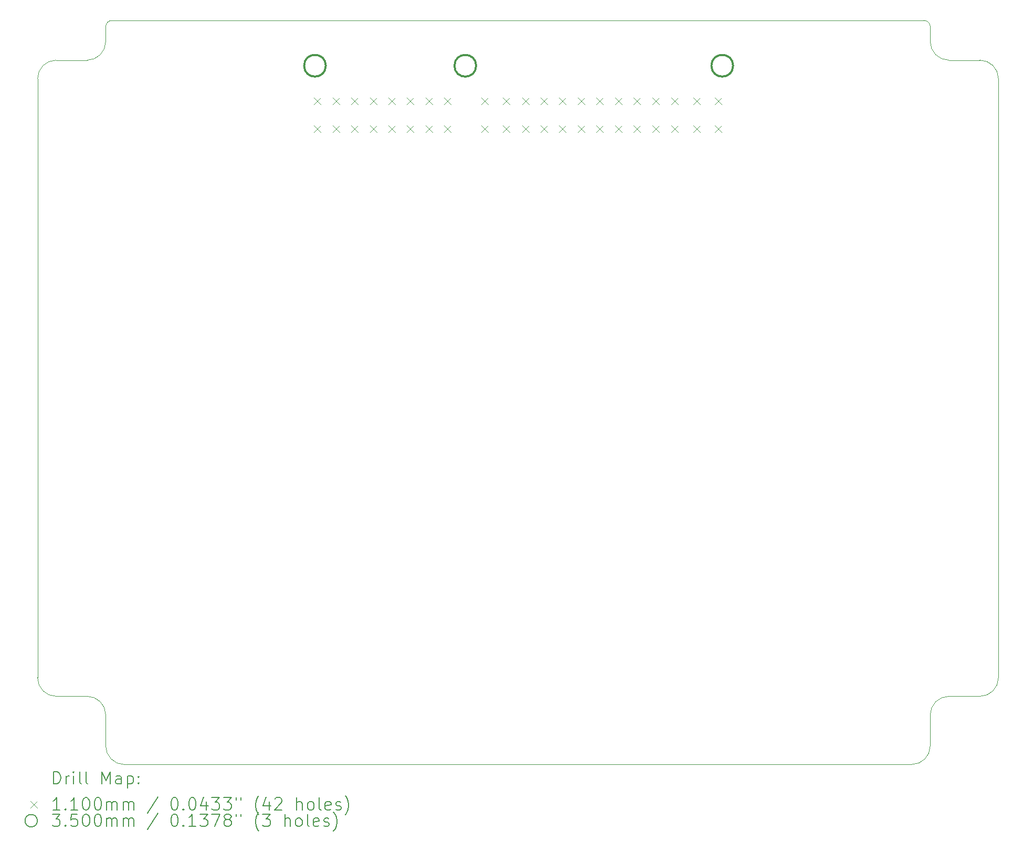
<source format=gbr>
%TF.GenerationSoftware,KiCad,Pcbnew,7.0.7*%
%TF.CreationDate,2024-09-30T22:56:24+02:00*%
%TF.ProjectId,SSRP4EFE,53535250-3445-4464-952e-6b696361645f,rev?*%
%TF.SameCoordinates,Original*%
%TF.FileFunction,Drillmap*%
%TF.FilePolarity,Positive*%
%FSLAX45Y45*%
G04 Gerber Fmt 4.5, Leading zero omitted, Abs format (unit mm)*
G04 Created by KiCad (PCBNEW 7.0.7) date 2024-09-30 22:56:24*
%MOMM*%
%LPD*%
G01*
G04 APERTURE LIST*
%ADD10C,0.050000*%
%ADD11C,0.200000*%
%ADD12C,0.110000*%
%ADD13C,0.350000*%
G04 APERTURE END LIST*
D10*
X7972868Y-14352868D02*
X7472868Y-14352868D01*
X21872868Y-14352868D02*
G75*
G03*
X21572868Y-14652868I2J-300002D01*
G01*
X8272862Y-14652868D02*
G75*
G03*
X7972868Y-14352868I-299992J8D01*
G01*
X21272868Y-15452868D02*
X8572868Y-15452868D01*
X7472868Y-4092868D02*
X7972868Y-4092868D01*
X21572862Y-3552868D02*
G75*
G03*
X21472868Y-3452868I-99992J8D01*
G01*
X7472868Y-4092868D02*
G75*
G03*
X7172868Y-4392868I2J-300002D01*
G01*
X7972868Y-4092868D02*
G75*
G03*
X8272868Y-3792868I2J299998D01*
G01*
X21572868Y-14652868D02*
X21572868Y-15152868D01*
X21272868Y-15452868D02*
G75*
G03*
X21572868Y-15152868I2J299998D01*
G01*
X7172862Y-14052868D02*
G75*
G03*
X7472868Y-14352868I300008J8D01*
G01*
X21872868Y-4092868D02*
X22372868Y-4092868D01*
X22672862Y-4392868D02*
G75*
G03*
X22372868Y-4092868I-299992J8D01*
G01*
X8372868Y-3452868D02*
X21472868Y-3452868D01*
X21572868Y-3552868D02*
X21572868Y-3792868D01*
X8272868Y-15152868D02*
X8272868Y-14652868D01*
X8272868Y-3792868D02*
X8272868Y-3552868D01*
X21572862Y-3792868D02*
G75*
G03*
X21872868Y-4092868I300008J8D01*
G01*
X8372868Y-3452868D02*
G75*
G03*
X8272868Y-3552868I2J-100002D01*
G01*
X22372868Y-14352868D02*
G75*
G03*
X22672868Y-14052868I2J299998D01*
G01*
X22672868Y-4392868D02*
X22672868Y-14052868D01*
X7172868Y-14052868D02*
X7172868Y-4392868D01*
X22372868Y-14352868D02*
X21872868Y-14352868D01*
X8272862Y-15152868D02*
G75*
G03*
X8572868Y-15452868I300008J8D01*
G01*
D11*
D12*
X11632868Y-4697868D02*
X11742868Y-4807868D01*
X11742868Y-4697868D02*
X11632868Y-4807868D01*
X11632868Y-5147868D02*
X11742868Y-5257868D01*
X11742868Y-5147868D02*
X11632868Y-5257868D01*
X11932868Y-4697868D02*
X12042868Y-4807868D01*
X12042868Y-4697868D02*
X11932868Y-4807868D01*
X11932868Y-5147868D02*
X12042868Y-5257868D01*
X12042868Y-5147868D02*
X11932868Y-5257868D01*
X12232868Y-4697868D02*
X12342868Y-4807868D01*
X12342868Y-4697868D02*
X12232868Y-4807868D01*
X12232868Y-5147868D02*
X12342868Y-5257868D01*
X12342868Y-5147868D02*
X12232868Y-5257868D01*
X12532868Y-4697868D02*
X12642868Y-4807868D01*
X12642868Y-4697868D02*
X12532868Y-4807868D01*
X12532868Y-5147868D02*
X12642868Y-5257868D01*
X12642868Y-5147868D02*
X12532868Y-5257868D01*
X12832868Y-4697868D02*
X12942868Y-4807868D01*
X12942868Y-4697868D02*
X12832868Y-4807868D01*
X12832868Y-5147868D02*
X12942868Y-5257868D01*
X12942868Y-5147868D02*
X12832868Y-5257868D01*
X13132868Y-4697868D02*
X13242868Y-4807868D01*
X13242868Y-4697868D02*
X13132868Y-4807868D01*
X13132868Y-5147868D02*
X13242868Y-5257868D01*
X13242868Y-5147868D02*
X13132868Y-5257868D01*
X13432868Y-4697868D02*
X13542868Y-4807868D01*
X13542868Y-4697868D02*
X13432868Y-4807868D01*
X13432868Y-5147868D02*
X13542868Y-5257868D01*
X13542868Y-5147868D02*
X13432868Y-5257868D01*
X13732868Y-4697868D02*
X13842868Y-4807868D01*
X13842868Y-4697868D02*
X13732868Y-4807868D01*
X13732868Y-5147868D02*
X13842868Y-5257868D01*
X13842868Y-5147868D02*
X13732868Y-5257868D01*
X14327868Y-4697868D02*
X14437868Y-4807868D01*
X14437868Y-4697868D02*
X14327868Y-4807868D01*
X14332868Y-5147868D02*
X14442868Y-5257868D01*
X14442868Y-5147868D02*
X14332868Y-5257868D01*
X14677868Y-4697868D02*
X14787868Y-4807868D01*
X14787868Y-4697868D02*
X14677868Y-4807868D01*
X14677868Y-5147868D02*
X14787868Y-5257868D01*
X14787868Y-5147868D02*
X14677868Y-5257868D01*
X14987868Y-4697868D02*
X15097868Y-4807868D01*
X15097868Y-4697868D02*
X14987868Y-4807868D01*
X14987868Y-5147868D02*
X15097868Y-5257868D01*
X15097868Y-5147868D02*
X14987868Y-5257868D01*
X15287868Y-4697868D02*
X15397868Y-4807868D01*
X15397868Y-4697868D02*
X15287868Y-4807868D01*
X15287868Y-5147868D02*
X15397868Y-5257868D01*
X15397868Y-5147868D02*
X15287868Y-5257868D01*
X15587868Y-4697868D02*
X15697868Y-4807868D01*
X15697868Y-4697868D02*
X15587868Y-4807868D01*
X15587868Y-5147868D02*
X15697868Y-5257868D01*
X15697868Y-5147868D02*
X15587868Y-5257868D01*
X15887868Y-4697868D02*
X15997868Y-4807868D01*
X15997868Y-4697868D02*
X15887868Y-4807868D01*
X15887868Y-5147868D02*
X15997868Y-5257868D01*
X15997868Y-5147868D02*
X15887868Y-5257868D01*
X16187868Y-4697868D02*
X16297868Y-4807868D01*
X16297868Y-4697868D02*
X16187868Y-4807868D01*
X16187868Y-5147868D02*
X16297868Y-5257868D01*
X16297868Y-5147868D02*
X16187868Y-5257868D01*
X16487868Y-4697868D02*
X16597868Y-4807868D01*
X16597868Y-4697868D02*
X16487868Y-4807868D01*
X16487868Y-5147868D02*
X16597868Y-5257868D01*
X16597868Y-5147868D02*
X16487868Y-5257868D01*
X16787868Y-4697868D02*
X16897868Y-4807868D01*
X16897868Y-4697868D02*
X16787868Y-4807868D01*
X16787868Y-5147868D02*
X16897868Y-5257868D01*
X16897868Y-5147868D02*
X16787868Y-5257868D01*
X17087868Y-4697868D02*
X17197868Y-4807868D01*
X17197868Y-4697868D02*
X17087868Y-4807868D01*
X17087868Y-5147868D02*
X17197868Y-5257868D01*
X17197868Y-5147868D02*
X17087868Y-5257868D01*
X17397868Y-4697868D02*
X17507868Y-4807868D01*
X17507868Y-4697868D02*
X17397868Y-4807868D01*
X17397868Y-5147868D02*
X17507868Y-5257868D01*
X17507868Y-5147868D02*
X17397868Y-5257868D01*
X17747868Y-4697868D02*
X17857868Y-4807868D01*
X17857868Y-4697868D02*
X17747868Y-4807868D01*
X17747868Y-5147868D02*
X17857868Y-5257868D01*
X17857868Y-5147868D02*
X17747868Y-5257868D01*
X18097868Y-4697868D02*
X18207868Y-4807868D01*
X18207868Y-4697868D02*
X18097868Y-4807868D01*
X18097868Y-5147868D02*
X18207868Y-5257868D01*
X18207868Y-5147868D02*
X18097868Y-5257868D01*
D13*
X11822868Y-4182868D02*
G75*
G03*
X11822868Y-4182868I-175000J0D01*
G01*
X14247868Y-4182868D02*
G75*
G03*
X14247868Y-4182868I-175000J0D01*
G01*
X18392868Y-4182868D02*
G75*
G03*
X18392868Y-4182868I-175000J0D01*
G01*
D11*
X7431145Y-15766852D02*
X7431145Y-15566852D01*
X7431145Y-15566852D02*
X7478764Y-15566852D01*
X7478764Y-15566852D02*
X7507335Y-15576376D01*
X7507335Y-15576376D02*
X7526383Y-15595423D01*
X7526383Y-15595423D02*
X7535907Y-15614471D01*
X7535907Y-15614471D02*
X7545430Y-15652566D01*
X7545430Y-15652566D02*
X7545430Y-15681137D01*
X7545430Y-15681137D02*
X7535907Y-15719233D01*
X7535907Y-15719233D02*
X7526383Y-15738280D01*
X7526383Y-15738280D02*
X7507335Y-15757328D01*
X7507335Y-15757328D02*
X7478764Y-15766852D01*
X7478764Y-15766852D02*
X7431145Y-15766852D01*
X7631145Y-15766852D02*
X7631145Y-15633518D01*
X7631145Y-15671614D02*
X7640669Y-15652566D01*
X7640669Y-15652566D02*
X7650192Y-15643042D01*
X7650192Y-15643042D02*
X7669240Y-15633518D01*
X7669240Y-15633518D02*
X7688288Y-15633518D01*
X7754954Y-15766852D02*
X7754954Y-15633518D01*
X7754954Y-15566852D02*
X7745430Y-15576376D01*
X7745430Y-15576376D02*
X7754954Y-15585899D01*
X7754954Y-15585899D02*
X7764478Y-15576376D01*
X7764478Y-15576376D02*
X7754954Y-15566852D01*
X7754954Y-15566852D02*
X7754954Y-15585899D01*
X7878764Y-15766852D02*
X7859716Y-15757328D01*
X7859716Y-15757328D02*
X7850192Y-15738280D01*
X7850192Y-15738280D02*
X7850192Y-15566852D01*
X7983526Y-15766852D02*
X7964478Y-15757328D01*
X7964478Y-15757328D02*
X7954954Y-15738280D01*
X7954954Y-15738280D02*
X7954954Y-15566852D01*
X8212097Y-15766852D02*
X8212097Y-15566852D01*
X8212097Y-15566852D02*
X8278764Y-15709709D01*
X8278764Y-15709709D02*
X8345430Y-15566852D01*
X8345430Y-15566852D02*
X8345430Y-15766852D01*
X8526383Y-15766852D02*
X8526383Y-15662090D01*
X8526383Y-15662090D02*
X8516859Y-15643042D01*
X8516859Y-15643042D02*
X8497812Y-15633518D01*
X8497812Y-15633518D02*
X8459716Y-15633518D01*
X8459716Y-15633518D02*
X8440669Y-15643042D01*
X8526383Y-15757328D02*
X8507335Y-15766852D01*
X8507335Y-15766852D02*
X8459716Y-15766852D01*
X8459716Y-15766852D02*
X8440669Y-15757328D01*
X8440669Y-15757328D02*
X8431145Y-15738280D01*
X8431145Y-15738280D02*
X8431145Y-15719233D01*
X8431145Y-15719233D02*
X8440669Y-15700185D01*
X8440669Y-15700185D02*
X8459716Y-15690661D01*
X8459716Y-15690661D02*
X8507335Y-15690661D01*
X8507335Y-15690661D02*
X8526383Y-15681137D01*
X8621621Y-15633518D02*
X8621621Y-15833518D01*
X8621621Y-15643042D02*
X8640669Y-15633518D01*
X8640669Y-15633518D02*
X8678764Y-15633518D01*
X8678764Y-15633518D02*
X8697812Y-15643042D01*
X8697812Y-15643042D02*
X8707335Y-15652566D01*
X8707335Y-15652566D02*
X8716859Y-15671614D01*
X8716859Y-15671614D02*
X8716859Y-15728756D01*
X8716859Y-15728756D02*
X8707335Y-15747804D01*
X8707335Y-15747804D02*
X8697812Y-15757328D01*
X8697812Y-15757328D02*
X8678764Y-15766852D01*
X8678764Y-15766852D02*
X8640669Y-15766852D01*
X8640669Y-15766852D02*
X8621621Y-15757328D01*
X8802573Y-15747804D02*
X8812097Y-15757328D01*
X8812097Y-15757328D02*
X8802573Y-15766852D01*
X8802573Y-15766852D02*
X8793050Y-15757328D01*
X8793050Y-15757328D02*
X8802573Y-15747804D01*
X8802573Y-15747804D02*
X8802573Y-15766852D01*
X8802573Y-15643042D02*
X8812097Y-15652566D01*
X8812097Y-15652566D02*
X8802573Y-15662090D01*
X8802573Y-15662090D02*
X8793050Y-15652566D01*
X8793050Y-15652566D02*
X8802573Y-15643042D01*
X8802573Y-15643042D02*
X8802573Y-15662090D01*
D12*
X7060368Y-16040368D02*
X7170368Y-16150368D01*
X7170368Y-16040368D02*
X7060368Y-16150368D01*
D11*
X7535907Y-16186852D02*
X7421621Y-16186852D01*
X7478764Y-16186852D02*
X7478764Y-15986852D01*
X7478764Y-15986852D02*
X7459716Y-16015423D01*
X7459716Y-16015423D02*
X7440669Y-16034471D01*
X7440669Y-16034471D02*
X7421621Y-16043995D01*
X7621621Y-16167804D02*
X7631145Y-16177328D01*
X7631145Y-16177328D02*
X7621621Y-16186852D01*
X7621621Y-16186852D02*
X7612097Y-16177328D01*
X7612097Y-16177328D02*
X7621621Y-16167804D01*
X7621621Y-16167804D02*
X7621621Y-16186852D01*
X7821621Y-16186852D02*
X7707335Y-16186852D01*
X7764478Y-16186852D02*
X7764478Y-15986852D01*
X7764478Y-15986852D02*
X7745430Y-16015423D01*
X7745430Y-16015423D02*
X7726383Y-16034471D01*
X7726383Y-16034471D02*
X7707335Y-16043995D01*
X7945430Y-15986852D02*
X7964478Y-15986852D01*
X7964478Y-15986852D02*
X7983526Y-15996376D01*
X7983526Y-15996376D02*
X7993050Y-16005899D01*
X7993050Y-16005899D02*
X8002573Y-16024947D01*
X8002573Y-16024947D02*
X8012097Y-16063042D01*
X8012097Y-16063042D02*
X8012097Y-16110661D01*
X8012097Y-16110661D02*
X8002573Y-16148756D01*
X8002573Y-16148756D02*
X7993050Y-16167804D01*
X7993050Y-16167804D02*
X7983526Y-16177328D01*
X7983526Y-16177328D02*
X7964478Y-16186852D01*
X7964478Y-16186852D02*
X7945430Y-16186852D01*
X7945430Y-16186852D02*
X7926383Y-16177328D01*
X7926383Y-16177328D02*
X7916859Y-16167804D01*
X7916859Y-16167804D02*
X7907335Y-16148756D01*
X7907335Y-16148756D02*
X7897811Y-16110661D01*
X7897811Y-16110661D02*
X7897811Y-16063042D01*
X7897811Y-16063042D02*
X7907335Y-16024947D01*
X7907335Y-16024947D02*
X7916859Y-16005899D01*
X7916859Y-16005899D02*
X7926383Y-15996376D01*
X7926383Y-15996376D02*
X7945430Y-15986852D01*
X8135907Y-15986852D02*
X8154954Y-15986852D01*
X8154954Y-15986852D02*
X8174002Y-15996376D01*
X8174002Y-15996376D02*
X8183526Y-16005899D01*
X8183526Y-16005899D02*
X8193050Y-16024947D01*
X8193050Y-16024947D02*
X8202573Y-16063042D01*
X8202573Y-16063042D02*
X8202573Y-16110661D01*
X8202573Y-16110661D02*
X8193050Y-16148756D01*
X8193050Y-16148756D02*
X8183526Y-16167804D01*
X8183526Y-16167804D02*
X8174002Y-16177328D01*
X8174002Y-16177328D02*
X8154954Y-16186852D01*
X8154954Y-16186852D02*
X8135907Y-16186852D01*
X8135907Y-16186852D02*
X8116859Y-16177328D01*
X8116859Y-16177328D02*
X8107335Y-16167804D01*
X8107335Y-16167804D02*
X8097811Y-16148756D01*
X8097811Y-16148756D02*
X8088288Y-16110661D01*
X8088288Y-16110661D02*
X8088288Y-16063042D01*
X8088288Y-16063042D02*
X8097811Y-16024947D01*
X8097811Y-16024947D02*
X8107335Y-16005899D01*
X8107335Y-16005899D02*
X8116859Y-15996376D01*
X8116859Y-15996376D02*
X8135907Y-15986852D01*
X8288288Y-16186852D02*
X8288288Y-16053518D01*
X8288288Y-16072566D02*
X8297811Y-16063042D01*
X8297811Y-16063042D02*
X8316859Y-16053518D01*
X8316859Y-16053518D02*
X8345431Y-16053518D01*
X8345431Y-16053518D02*
X8364478Y-16063042D01*
X8364478Y-16063042D02*
X8374002Y-16082090D01*
X8374002Y-16082090D02*
X8374002Y-16186852D01*
X8374002Y-16082090D02*
X8383526Y-16063042D01*
X8383526Y-16063042D02*
X8402573Y-16053518D01*
X8402573Y-16053518D02*
X8431145Y-16053518D01*
X8431145Y-16053518D02*
X8450193Y-16063042D01*
X8450193Y-16063042D02*
X8459716Y-16082090D01*
X8459716Y-16082090D02*
X8459716Y-16186852D01*
X8554954Y-16186852D02*
X8554954Y-16053518D01*
X8554954Y-16072566D02*
X8564478Y-16063042D01*
X8564478Y-16063042D02*
X8583526Y-16053518D01*
X8583526Y-16053518D02*
X8612097Y-16053518D01*
X8612097Y-16053518D02*
X8631145Y-16063042D01*
X8631145Y-16063042D02*
X8640669Y-16082090D01*
X8640669Y-16082090D02*
X8640669Y-16186852D01*
X8640669Y-16082090D02*
X8650193Y-16063042D01*
X8650193Y-16063042D02*
X8669240Y-16053518D01*
X8669240Y-16053518D02*
X8697812Y-16053518D01*
X8697812Y-16053518D02*
X8716859Y-16063042D01*
X8716859Y-16063042D02*
X8726383Y-16082090D01*
X8726383Y-16082090D02*
X8726383Y-16186852D01*
X9116859Y-15977328D02*
X8945431Y-16234471D01*
X9374002Y-15986852D02*
X9393050Y-15986852D01*
X9393050Y-15986852D02*
X9412097Y-15996376D01*
X9412097Y-15996376D02*
X9421621Y-16005899D01*
X9421621Y-16005899D02*
X9431145Y-16024947D01*
X9431145Y-16024947D02*
X9440669Y-16063042D01*
X9440669Y-16063042D02*
X9440669Y-16110661D01*
X9440669Y-16110661D02*
X9431145Y-16148756D01*
X9431145Y-16148756D02*
X9421621Y-16167804D01*
X9421621Y-16167804D02*
X9412097Y-16177328D01*
X9412097Y-16177328D02*
X9393050Y-16186852D01*
X9393050Y-16186852D02*
X9374002Y-16186852D01*
X9374002Y-16186852D02*
X9354955Y-16177328D01*
X9354955Y-16177328D02*
X9345431Y-16167804D01*
X9345431Y-16167804D02*
X9335907Y-16148756D01*
X9335907Y-16148756D02*
X9326383Y-16110661D01*
X9326383Y-16110661D02*
X9326383Y-16063042D01*
X9326383Y-16063042D02*
X9335907Y-16024947D01*
X9335907Y-16024947D02*
X9345431Y-16005899D01*
X9345431Y-16005899D02*
X9354955Y-15996376D01*
X9354955Y-15996376D02*
X9374002Y-15986852D01*
X9526383Y-16167804D02*
X9535907Y-16177328D01*
X9535907Y-16177328D02*
X9526383Y-16186852D01*
X9526383Y-16186852D02*
X9516859Y-16177328D01*
X9516859Y-16177328D02*
X9526383Y-16167804D01*
X9526383Y-16167804D02*
X9526383Y-16186852D01*
X9659716Y-15986852D02*
X9678764Y-15986852D01*
X9678764Y-15986852D02*
X9697812Y-15996376D01*
X9697812Y-15996376D02*
X9707336Y-16005899D01*
X9707336Y-16005899D02*
X9716859Y-16024947D01*
X9716859Y-16024947D02*
X9726383Y-16063042D01*
X9726383Y-16063042D02*
X9726383Y-16110661D01*
X9726383Y-16110661D02*
X9716859Y-16148756D01*
X9716859Y-16148756D02*
X9707336Y-16167804D01*
X9707336Y-16167804D02*
X9697812Y-16177328D01*
X9697812Y-16177328D02*
X9678764Y-16186852D01*
X9678764Y-16186852D02*
X9659716Y-16186852D01*
X9659716Y-16186852D02*
X9640669Y-16177328D01*
X9640669Y-16177328D02*
X9631145Y-16167804D01*
X9631145Y-16167804D02*
X9621621Y-16148756D01*
X9621621Y-16148756D02*
X9612097Y-16110661D01*
X9612097Y-16110661D02*
X9612097Y-16063042D01*
X9612097Y-16063042D02*
X9621621Y-16024947D01*
X9621621Y-16024947D02*
X9631145Y-16005899D01*
X9631145Y-16005899D02*
X9640669Y-15996376D01*
X9640669Y-15996376D02*
X9659716Y-15986852D01*
X9897812Y-16053518D02*
X9897812Y-16186852D01*
X9850193Y-15977328D02*
X9802574Y-16120185D01*
X9802574Y-16120185D02*
X9926383Y-16120185D01*
X9983526Y-15986852D02*
X10107336Y-15986852D01*
X10107336Y-15986852D02*
X10040669Y-16063042D01*
X10040669Y-16063042D02*
X10069240Y-16063042D01*
X10069240Y-16063042D02*
X10088288Y-16072566D01*
X10088288Y-16072566D02*
X10097812Y-16082090D01*
X10097812Y-16082090D02*
X10107336Y-16101137D01*
X10107336Y-16101137D02*
X10107336Y-16148756D01*
X10107336Y-16148756D02*
X10097812Y-16167804D01*
X10097812Y-16167804D02*
X10088288Y-16177328D01*
X10088288Y-16177328D02*
X10069240Y-16186852D01*
X10069240Y-16186852D02*
X10012097Y-16186852D01*
X10012097Y-16186852D02*
X9993050Y-16177328D01*
X9993050Y-16177328D02*
X9983526Y-16167804D01*
X10174002Y-15986852D02*
X10297812Y-15986852D01*
X10297812Y-15986852D02*
X10231145Y-16063042D01*
X10231145Y-16063042D02*
X10259717Y-16063042D01*
X10259717Y-16063042D02*
X10278764Y-16072566D01*
X10278764Y-16072566D02*
X10288288Y-16082090D01*
X10288288Y-16082090D02*
X10297812Y-16101137D01*
X10297812Y-16101137D02*
X10297812Y-16148756D01*
X10297812Y-16148756D02*
X10288288Y-16167804D01*
X10288288Y-16167804D02*
X10278764Y-16177328D01*
X10278764Y-16177328D02*
X10259717Y-16186852D01*
X10259717Y-16186852D02*
X10202574Y-16186852D01*
X10202574Y-16186852D02*
X10183526Y-16177328D01*
X10183526Y-16177328D02*
X10174002Y-16167804D01*
X10374002Y-15986852D02*
X10374002Y-16024947D01*
X10450193Y-15986852D02*
X10450193Y-16024947D01*
X10745431Y-16263042D02*
X10735907Y-16253518D01*
X10735907Y-16253518D02*
X10716859Y-16224947D01*
X10716859Y-16224947D02*
X10707336Y-16205899D01*
X10707336Y-16205899D02*
X10697812Y-16177328D01*
X10697812Y-16177328D02*
X10688288Y-16129709D01*
X10688288Y-16129709D02*
X10688288Y-16091614D01*
X10688288Y-16091614D02*
X10697812Y-16043995D01*
X10697812Y-16043995D02*
X10707336Y-16015423D01*
X10707336Y-16015423D02*
X10716859Y-15996376D01*
X10716859Y-15996376D02*
X10735907Y-15967804D01*
X10735907Y-15967804D02*
X10745431Y-15958280D01*
X10907336Y-16053518D02*
X10907336Y-16186852D01*
X10859717Y-15977328D02*
X10812098Y-16120185D01*
X10812098Y-16120185D02*
X10935907Y-16120185D01*
X11002574Y-16005899D02*
X11012098Y-15996376D01*
X11012098Y-15996376D02*
X11031145Y-15986852D01*
X11031145Y-15986852D02*
X11078764Y-15986852D01*
X11078764Y-15986852D02*
X11097812Y-15996376D01*
X11097812Y-15996376D02*
X11107336Y-16005899D01*
X11107336Y-16005899D02*
X11116859Y-16024947D01*
X11116859Y-16024947D02*
X11116859Y-16043995D01*
X11116859Y-16043995D02*
X11107336Y-16072566D01*
X11107336Y-16072566D02*
X10993050Y-16186852D01*
X10993050Y-16186852D02*
X11116859Y-16186852D01*
X11354955Y-16186852D02*
X11354955Y-15986852D01*
X11440669Y-16186852D02*
X11440669Y-16082090D01*
X11440669Y-16082090D02*
X11431145Y-16063042D01*
X11431145Y-16063042D02*
X11412098Y-16053518D01*
X11412098Y-16053518D02*
X11383526Y-16053518D01*
X11383526Y-16053518D02*
X11364478Y-16063042D01*
X11364478Y-16063042D02*
X11354955Y-16072566D01*
X11564478Y-16186852D02*
X11545431Y-16177328D01*
X11545431Y-16177328D02*
X11535907Y-16167804D01*
X11535907Y-16167804D02*
X11526383Y-16148756D01*
X11526383Y-16148756D02*
X11526383Y-16091614D01*
X11526383Y-16091614D02*
X11535907Y-16072566D01*
X11535907Y-16072566D02*
X11545431Y-16063042D01*
X11545431Y-16063042D02*
X11564478Y-16053518D01*
X11564478Y-16053518D02*
X11593050Y-16053518D01*
X11593050Y-16053518D02*
X11612098Y-16063042D01*
X11612098Y-16063042D02*
X11621621Y-16072566D01*
X11621621Y-16072566D02*
X11631145Y-16091614D01*
X11631145Y-16091614D02*
X11631145Y-16148756D01*
X11631145Y-16148756D02*
X11621621Y-16167804D01*
X11621621Y-16167804D02*
X11612098Y-16177328D01*
X11612098Y-16177328D02*
X11593050Y-16186852D01*
X11593050Y-16186852D02*
X11564478Y-16186852D01*
X11745431Y-16186852D02*
X11726383Y-16177328D01*
X11726383Y-16177328D02*
X11716859Y-16158280D01*
X11716859Y-16158280D02*
X11716859Y-15986852D01*
X11897812Y-16177328D02*
X11878764Y-16186852D01*
X11878764Y-16186852D02*
X11840669Y-16186852D01*
X11840669Y-16186852D02*
X11821621Y-16177328D01*
X11821621Y-16177328D02*
X11812098Y-16158280D01*
X11812098Y-16158280D02*
X11812098Y-16082090D01*
X11812098Y-16082090D02*
X11821621Y-16063042D01*
X11821621Y-16063042D02*
X11840669Y-16053518D01*
X11840669Y-16053518D02*
X11878764Y-16053518D01*
X11878764Y-16053518D02*
X11897812Y-16063042D01*
X11897812Y-16063042D02*
X11907336Y-16082090D01*
X11907336Y-16082090D02*
X11907336Y-16101137D01*
X11907336Y-16101137D02*
X11812098Y-16120185D01*
X11983526Y-16177328D02*
X12002574Y-16186852D01*
X12002574Y-16186852D02*
X12040669Y-16186852D01*
X12040669Y-16186852D02*
X12059717Y-16177328D01*
X12059717Y-16177328D02*
X12069240Y-16158280D01*
X12069240Y-16158280D02*
X12069240Y-16148756D01*
X12069240Y-16148756D02*
X12059717Y-16129709D01*
X12059717Y-16129709D02*
X12040669Y-16120185D01*
X12040669Y-16120185D02*
X12012098Y-16120185D01*
X12012098Y-16120185D02*
X11993050Y-16110661D01*
X11993050Y-16110661D02*
X11983526Y-16091614D01*
X11983526Y-16091614D02*
X11983526Y-16082090D01*
X11983526Y-16082090D02*
X11993050Y-16063042D01*
X11993050Y-16063042D02*
X12012098Y-16053518D01*
X12012098Y-16053518D02*
X12040669Y-16053518D01*
X12040669Y-16053518D02*
X12059717Y-16063042D01*
X12135907Y-16263042D02*
X12145431Y-16253518D01*
X12145431Y-16253518D02*
X12164479Y-16224947D01*
X12164479Y-16224947D02*
X12174002Y-16205899D01*
X12174002Y-16205899D02*
X12183526Y-16177328D01*
X12183526Y-16177328D02*
X12193050Y-16129709D01*
X12193050Y-16129709D02*
X12193050Y-16091614D01*
X12193050Y-16091614D02*
X12183526Y-16043995D01*
X12183526Y-16043995D02*
X12174002Y-16015423D01*
X12174002Y-16015423D02*
X12164479Y-15996376D01*
X12164479Y-15996376D02*
X12145431Y-15967804D01*
X12145431Y-15967804D02*
X12135907Y-15958280D01*
X7170368Y-16359368D02*
G75*
G03*
X7170368Y-16359368I-100000J0D01*
G01*
X7412097Y-16250852D02*
X7535907Y-16250852D01*
X7535907Y-16250852D02*
X7469240Y-16327042D01*
X7469240Y-16327042D02*
X7497811Y-16327042D01*
X7497811Y-16327042D02*
X7516859Y-16336566D01*
X7516859Y-16336566D02*
X7526383Y-16346090D01*
X7526383Y-16346090D02*
X7535907Y-16365137D01*
X7535907Y-16365137D02*
X7535907Y-16412756D01*
X7535907Y-16412756D02*
X7526383Y-16431804D01*
X7526383Y-16431804D02*
X7516859Y-16441328D01*
X7516859Y-16441328D02*
X7497811Y-16450852D01*
X7497811Y-16450852D02*
X7440669Y-16450852D01*
X7440669Y-16450852D02*
X7421621Y-16441328D01*
X7421621Y-16441328D02*
X7412097Y-16431804D01*
X7621621Y-16431804D02*
X7631145Y-16441328D01*
X7631145Y-16441328D02*
X7621621Y-16450852D01*
X7621621Y-16450852D02*
X7612097Y-16441328D01*
X7612097Y-16441328D02*
X7621621Y-16431804D01*
X7621621Y-16431804D02*
X7621621Y-16450852D01*
X7812097Y-16250852D02*
X7716859Y-16250852D01*
X7716859Y-16250852D02*
X7707335Y-16346090D01*
X7707335Y-16346090D02*
X7716859Y-16336566D01*
X7716859Y-16336566D02*
X7735907Y-16327042D01*
X7735907Y-16327042D02*
X7783526Y-16327042D01*
X7783526Y-16327042D02*
X7802573Y-16336566D01*
X7802573Y-16336566D02*
X7812097Y-16346090D01*
X7812097Y-16346090D02*
X7821621Y-16365137D01*
X7821621Y-16365137D02*
X7821621Y-16412756D01*
X7821621Y-16412756D02*
X7812097Y-16431804D01*
X7812097Y-16431804D02*
X7802573Y-16441328D01*
X7802573Y-16441328D02*
X7783526Y-16450852D01*
X7783526Y-16450852D02*
X7735907Y-16450852D01*
X7735907Y-16450852D02*
X7716859Y-16441328D01*
X7716859Y-16441328D02*
X7707335Y-16431804D01*
X7945430Y-16250852D02*
X7964478Y-16250852D01*
X7964478Y-16250852D02*
X7983526Y-16260376D01*
X7983526Y-16260376D02*
X7993050Y-16269899D01*
X7993050Y-16269899D02*
X8002573Y-16288947D01*
X8002573Y-16288947D02*
X8012097Y-16327042D01*
X8012097Y-16327042D02*
X8012097Y-16374661D01*
X8012097Y-16374661D02*
X8002573Y-16412756D01*
X8002573Y-16412756D02*
X7993050Y-16431804D01*
X7993050Y-16431804D02*
X7983526Y-16441328D01*
X7983526Y-16441328D02*
X7964478Y-16450852D01*
X7964478Y-16450852D02*
X7945430Y-16450852D01*
X7945430Y-16450852D02*
X7926383Y-16441328D01*
X7926383Y-16441328D02*
X7916859Y-16431804D01*
X7916859Y-16431804D02*
X7907335Y-16412756D01*
X7907335Y-16412756D02*
X7897811Y-16374661D01*
X7897811Y-16374661D02*
X7897811Y-16327042D01*
X7897811Y-16327042D02*
X7907335Y-16288947D01*
X7907335Y-16288947D02*
X7916859Y-16269899D01*
X7916859Y-16269899D02*
X7926383Y-16260376D01*
X7926383Y-16260376D02*
X7945430Y-16250852D01*
X8135907Y-16250852D02*
X8154954Y-16250852D01*
X8154954Y-16250852D02*
X8174002Y-16260376D01*
X8174002Y-16260376D02*
X8183526Y-16269899D01*
X8183526Y-16269899D02*
X8193050Y-16288947D01*
X8193050Y-16288947D02*
X8202573Y-16327042D01*
X8202573Y-16327042D02*
X8202573Y-16374661D01*
X8202573Y-16374661D02*
X8193050Y-16412756D01*
X8193050Y-16412756D02*
X8183526Y-16431804D01*
X8183526Y-16431804D02*
X8174002Y-16441328D01*
X8174002Y-16441328D02*
X8154954Y-16450852D01*
X8154954Y-16450852D02*
X8135907Y-16450852D01*
X8135907Y-16450852D02*
X8116859Y-16441328D01*
X8116859Y-16441328D02*
X8107335Y-16431804D01*
X8107335Y-16431804D02*
X8097811Y-16412756D01*
X8097811Y-16412756D02*
X8088288Y-16374661D01*
X8088288Y-16374661D02*
X8088288Y-16327042D01*
X8088288Y-16327042D02*
X8097811Y-16288947D01*
X8097811Y-16288947D02*
X8107335Y-16269899D01*
X8107335Y-16269899D02*
X8116859Y-16260376D01*
X8116859Y-16260376D02*
X8135907Y-16250852D01*
X8288288Y-16450852D02*
X8288288Y-16317518D01*
X8288288Y-16336566D02*
X8297811Y-16327042D01*
X8297811Y-16327042D02*
X8316859Y-16317518D01*
X8316859Y-16317518D02*
X8345431Y-16317518D01*
X8345431Y-16317518D02*
X8364478Y-16327042D01*
X8364478Y-16327042D02*
X8374002Y-16346090D01*
X8374002Y-16346090D02*
X8374002Y-16450852D01*
X8374002Y-16346090D02*
X8383526Y-16327042D01*
X8383526Y-16327042D02*
X8402573Y-16317518D01*
X8402573Y-16317518D02*
X8431145Y-16317518D01*
X8431145Y-16317518D02*
X8450193Y-16327042D01*
X8450193Y-16327042D02*
X8459716Y-16346090D01*
X8459716Y-16346090D02*
X8459716Y-16450852D01*
X8554954Y-16450852D02*
X8554954Y-16317518D01*
X8554954Y-16336566D02*
X8564478Y-16327042D01*
X8564478Y-16327042D02*
X8583526Y-16317518D01*
X8583526Y-16317518D02*
X8612097Y-16317518D01*
X8612097Y-16317518D02*
X8631145Y-16327042D01*
X8631145Y-16327042D02*
X8640669Y-16346090D01*
X8640669Y-16346090D02*
X8640669Y-16450852D01*
X8640669Y-16346090D02*
X8650193Y-16327042D01*
X8650193Y-16327042D02*
X8669240Y-16317518D01*
X8669240Y-16317518D02*
X8697812Y-16317518D01*
X8697812Y-16317518D02*
X8716859Y-16327042D01*
X8716859Y-16327042D02*
X8726383Y-16346090D01*
X8726383Y-16346090D02*
X8726383Y-16450852D01*
X9116859Y-16241328D02*
X8945431Y-16498471D01*
X9374002Y-16250852D02*
X9393050Y-16250852D01*
X9393050Y-16250852D02*
X9412097Y-16260376D01*
X9412097Y-16260376D02*
X9421621Y-16269899D01*
X9421621Y-16269899D02*
X9431145Y-16288947D01*
X9431145Y-16288947D02*
X9440669Y-16327042D01*
X9440669Y-16327042D02*
X9440669Y-16374661D01*
X9440669Y-16374661D02*
X9431145Y-16412756D01*
X9431145Y-16412756D02*
X9421621Y-16431804D01*
X9421621Y-16431804D02*
X9412097Y-16441328D01*
X9412097Y-16441328D02*
X9393050Y-16450852D01*
X9393050Y-16450852D02*
X9374002Y-16450852D01*
X9374002Y-16450852D02*
X9354955Y-16441328D01*
X9354955Y-16441328D02*
X9345431Y-16431804D01*
X9345431Y-16431804D02*
X9335907Y-16412756D01*
X9335907Y-16412756D02*
X9326383Y-16374661D01*
X9326383Y-16374661D02*
X9326383Y-16327042D01*
X9326383Y-16327042D02*
X9335907Y-16288947D01*
X9335907Y-16288947D02*
X9345431Y-16269899D01*
X9345431Y-16269899D02*
X9354955Y-16260376D01*
X9354955Y-16260376D02*
X9374002Y-16250852D01*
X9526383Y-16431804D02*
X9535907Y-16441328D01*
X9535907Y-16441328D02*
X9526383Y-16450852D01*
X9526383Y-16450852D02*
X9516859Y-16441328D01*
X9516859Y-16441328D02*
X9526383Y-16431804D01*
X9526383Y-16431804D02*
X9526383Y-16450852D01*
X9726383Y-16450852D02*
X9612097Y-16450852D01*
X9669240Y-16450852D02*
X9669240Y-16250852D01*
X9669240Y-16250852D02*
X9650193Y-16279423D01*
X9650193Y-16279423D02*
X9631145Y-16298471D01*
X9631145Y-16298471D02*
X9612097Y-16307995D01*
X9793050Y-16250852D02*
X9916859Y-16250852D01*
X9916859Y-16250852D02*
X9850193Y-16327042D01*
X9850193Y-16327042D02*
X9878764Y-16327042D01*
X9878764Y-16327042D02*
X9897812Y-16336566D01*
X9897812Y-16336566D02*
X9907336Y-16346090D01*
X9907336Y-16346090D02*
X9916859Y-16365137D01*
X9916859Y-16365137D02*
X9916859Y-16412756D01*
X9916859Y-16412756D02*
X9907336Y-16431804D01*
X9907336Y-16431804D02*
X9897812Y-16441328D01*
X9897812Y-16441328D02*
X9878764Y-16450852D01*
X9878764Y-16450852D02*
X9821621Y-16450852D01*
X9821621Y-16450852D02*
X9802574Y-16441328D01*
X9802574Y-16441328D02*
X9793050Y-16431804D01*
X9983526Y-16250852D02*
X10116859Y-16250852D01*
X10116859Y-16250852D02*
X10031145Y-16450852D01*
X10221621Y-16336566D02*
X10202574Y-16327042D01*
X10202574Y-16327042D02*
X10193050Y-16317518D01*
X10193050Y-16317518D02*
X10183526Y-16298471D01*
X10183526Y-16298471D02*
X10183526Y-16288947D01*
X10183526Y-16288947D02*
X10193050Y-16269899D01*
X10193050Y-16269899D02*
X10202574Y-16260376D01*
X10202574Y-16260376D02*
X10221621Y-16250852D01*
X10221621Y-16250852D02*
X10259717Y-16250852D01*
X10259717Y-16250852D02*
X10278764Y-16260376D01*
X10278764Y-16260376D02*
X10288288Y-16269899D01*
X10288288Y-16269899D02*
X10297812Y-16288947D01*
X10297812Y-16288947D02*
X10297812Y-16298471D01*
X10297812Y-16298471D02*
X10288288Y-16317518D01*
X10288288Y-16317518D02*
X10278764Y-16327042D01*
X10278764Y-16327042D02*
X10259717Y-16336566D01*
X10259717Y-16336566D02*
X10221621Y-16336566D01*
X10221621Y-16336566D02*
X10202574Y-16346090D01*
X10202574Y-16346090D02*
X10193050Y-16355614D01*
X10193050Y-16355614D02*
X10183526Y-16374661D01*
X10183526Y-16374661D02*
X10183526Y-16412756D01*
X10183526Y-16412756D02*
X10193050Y-16431804D01*
X10193050Y-16431804D02*
X10202574Y-16441328D01*
X10202574Y-16441328D02*
X10221621Y-16450852D01*
X10221621Y-16450852D02*
X10259717Y-16450852D01*
X10259717Y-16450852D02*
X10278764Y-16441328D01*
X10278764Y-16441328D02*
X10288288Y-16431804D01*
X10288288Y-16431804D02*
X10297812Y-16412756D01*
X10297812Y-16412756D02*
X10297812Y-16374661D01*
X10297812Y-16374661D02*
X10288288Y-16355614D01*
X10288288Y-16355614D02*
X10278764Y-16346090D01*
X10278764Y-16346090D02*
X10259717Y-16336566D01*
X10374002Y-16250852D02*
X10374002Y-16288947D01*
X10450193Y-16250852D02*
X10450193Y-16288947D01*
X10745431Y-16527042D02*
X10735907Y-16517518D01*
X10735907Y-16517518D02*
X10716859Y-16488947D01*
X10716859Y-16488947D02*
X10707336Y-16469899D01*
X10707336Y-16469899D02*
X10697812Y-16441328D01*
X10697812Y-16441328D02*
X10688288Y-16393709D01*
X10688288Y-16393709D02*
X10688288Y-16355614D01*
X10688288Y-16355614D02*
X10697812Y-16307995D01*
X10697812Y-16307995D02*
X10707336Y-16279423D01*
X10707336Y-16279423D02*
X10716859Y-16260376D01*
X10716859Y-16260376D02*
X10735907Y-16231804D01*
X10735907Y-16231804D02*
X10745431Y-16222280D01*
X10802574Y-16250852D02*
X10926383Y-16250852D01*
X10926383Y-16250852D02*
X10859717Y-16327042D01*
X10859717Y-16327042D02*
X10888288Y-16327042D01*
X10888288Y-16327042D02*
X10907336Y-16336566D01*
X10907336Y-16336566D02*
X10916859Y-16346090D01*
X10916859Y-16346090D02*
X10926383Y-16365137D01*
X10926383Y-16365137D02*
X10926383Y-16412756D01*
X10926383Y-16412756D02*
X10916859Y-16431804D01*
X10916859Y-16431804D02*
X10907336Y-16441328D01*
X10907336Y-16441328D02*
X10888288Y-16450852D01*
X10888288Y-16450852D02*
X10831145Y-16450852D01*
X10831145Y-16450852D02*
X10812098Y-16441328D01*
X10812098Y-16441328D02*
X10802574Y-16431804D01*
X11164479Y-16450852D02*
X11164479Y-16250852D01*
X11250193Y-16450852D02*
X11250193Y-16346090D01*
X11250193Y-16346090D02*
X11240669Y-16327042D01*
X11240669Y-16327042D02*
X11221621Y-16317518D01*
X11221621Y-16317518D02*
X11193050Y-16317518D01*
X11193050Y-16317518D02*
X11174002Y-16327042D01*
X11174002Y-16327042D02*
X11164479Y-16336566D01*
X11374002Y-16450852D02*
X11354955Y-16441328D01*
X11354955Y-16441328D02*
X11345431Y-16431804D01*
X11345431Y-16431804D02*
X11335907Y-16412756D01*
X11335907Y-16412756D02*
X11335907Y-16355614D01*
X11335907Y-16355614D02*
X11345431Y-16336566D01*
X11345431Y-16336566D02*
X11354955Y-16327042D01*
X11354955Y-16327042D02*
X11374002Y-16317518D01*
X11374002Y-16317518D02*
X11402574Y-16317518D01*
X11402574Y-16317518D02*
X11421621Y-16327042D01*
X11421621Y-16327042D02*
X11431145Y-16336566D01*
X11431145Y-16336566D02*
X11440669Y-16355614D01*
X11440669Y-16355614D02*
X11440669Y-16412756D01*
X11440669Y-16412756D02*
X11431145Y-16431804D01*
X11431145Y-16431804D02*
X11421621Y-16441328D01*
X11421621Y-16441328D02*
X11402574Y-16450852D01*
X11402574Y-16450852D02*
X11374002Y-16450852D01*
X11554955Y-16450852D02*
X11535907Y-16441328D01*
X11535907Y-16441328D02*
X11526383Y-16422280D01*
X11526383Y-16422280D02*
X11526383Y-16250852D01*
X11707336Y-16441328D02*
X11688288Y-16450852D01*
X11688288Y-16450852D02*
X11650193Y-16450852D01*
X11650193Y-16450852D02*
X11631145Y-16441328D01*
X11631145Y-16441328D02*
X11621621Y-16422280D01*
X11621621Y-16422280D02*
X11621621Y-16346090D01*
X11621621Y-16346090D02*
X11631145Y-16327042D01*
X11631145Y-16327042D02*
X11650193Y-16317518D01*
X11650193Y-16317518D02*
X11688288Y-16317518D01*
X11688288Y-16317518D02*
X11707336Y-16327042D01*
X11707336Y-16327042D02*
X11716859Y-16346090D01*
X11716859Y-16346090D02*
X11716859Y-16365137D01*
X11716859Y-16365137D02*
X11621621Y-16384185D01*
X11793050Y-16441328D02*
X11812098Y-16450852D01*
X11812098Y-16450852D02*
X11850193Y-16450852D01*
X11850193Y-16450852D02*
X11869240Y-16441328D01*
X11869240Y-16441328D02*
X11878764Y-16422280D01*
X11878764Y-16422280D02*
X11878764Y-16412756D01*
X11878764Y-16412756D02*
X11869240Y-16393709D01*
X11869240Y-16393709D02*
X11850193Y-16384185D01*
X11850193Y-16384185D02*
X11821621Y-16384185D01*
X11821621Y-16384185D02*
X11802574Y-16374661D01*
X11802574Y-16374661D02*
X11793050Y-16355614D01*
X11793050Y-16355614D02*
X11793050Y-16346090D01*
X11793050Y-16346090D02*
X11802574Y-16327042D01*
X11802574Y-16327042D02*
X11821621Y-16317518D01*
X11821621Y-16317518D02*
X11850193Y-16317518D01*
X11850193Y-16317518D02*
X11869240Y-16327042D01*
X11945431Y-16527042D02*
X11954955Y-16517518D01*
X11954955Y-16517518D02*
X11974002Y-16488947D01*
X11974002Y-16488947D02*
X11983526Y-16469899D01*
X11983526Y-16469899D02*
X11993050Y-16441328D01*
X11993050Y-16441328D02*
X12002574Y-16393709D01*
X12002574Y-16393709D02*
X12002574Y-16355614D01*
X12002574Y-16355614D02*
X11993050Y-16307995D01*
X11993050Y-16307995D02*
X11983526Y-16279423D01*
X11983526Y-16279423D02*
X11974002Y-16260376D01*
X11974002Y-16260376D02*
X11954955Y-16231804D01*
X11954955Y-16231804D02*
X11945431Y-16222280D01*
M02*

</source>
